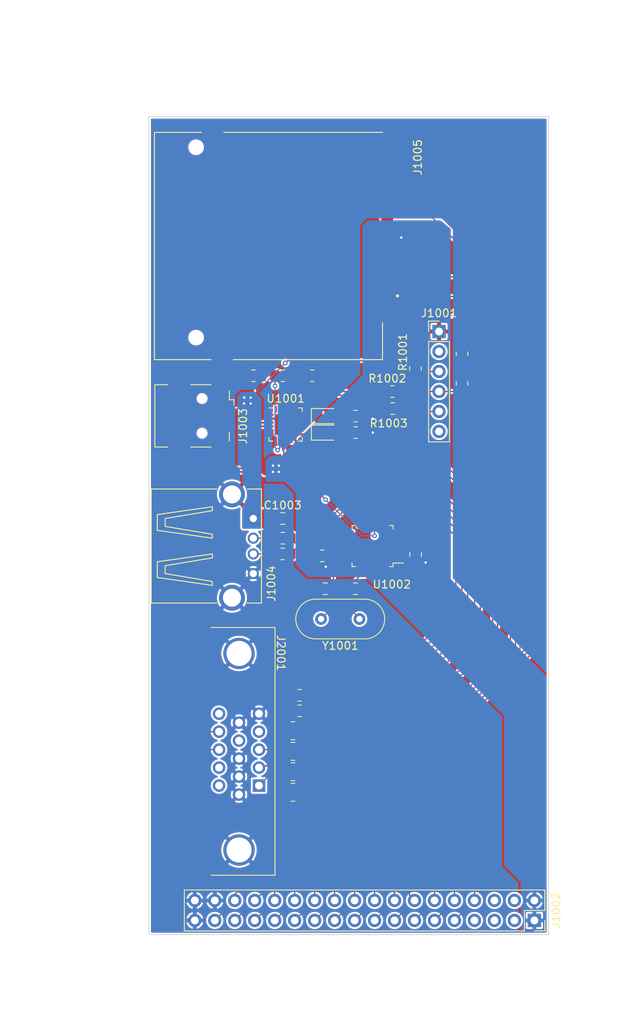
<source format=kicad_pcb>
(kicad_pcb (version 20211014) (generator pcbnew)
  (layers (0 "F.Cu" signal) (31 "B.Cu" signal) (34 "B.Paste" user) (35 "F.Paste" user) (36 "B.SilkS" user "B.Silkscreen") (37 "F.SilkS" user "F.Silkscreen") (38 "B.Mask" user) (39 "F.Mask" user) (44 "Edge.Cuts" user))
  (net 0 "")
  (net 1 "GND")
  (net 3 "Net-(J1001-Pad3)")
  (net 4 "/HOST_TX")
  (net 6 "/SPI_MOSI")
  (net 7 "+3V3")
  (net 8 "/SPI_CLK")
  (net 9 "/SPI_MISO")
  (net 10 "/video/VGA_RED")
  (net 11 "/video/VGA_GREEN")
  (net 12 "/video/VGA_BLUE")
  (net 17 "Net-(J2001-Pad13)")
  (net 18 "Net-(J2001-Pad14)")
  (net 20 "+5V")
  (net 21 "Net-(C1004-Pad1)")
  (net 22 "Net-(C1005-Pad1)")
  (net 25 "Net-(D1001-Pad2)")
  (net 26 "Net-(D1002-Pad2)")
  (net 27 "/HOST_RX")
  (net 32 "/SPI_USB_CS")
  (net 42 "/SD_D2")
  (net 43 "/SD_D3")
  (net 44 "/SD_CMD")
  (net 45 "/SD_CLK")
  (net 46 "/SD_D0")
  (net 47 "/SD_D1")
  (net 49 "/~{RESET}")
  (net 50 "/USB_GPX")
  (net 51 "/USB_INT")
  (net 63 "Net-(J1004-Pad2)")
  (net 66 "/UART_TX")
  (net 67 "/UART_RX")
  (net 68 "Net-(RN2001-Pad5)")
  (net 69 "Net-(RN2003-Pad7)")
  (net 70 "Net-(RN2004-Pad6)")
  (net 71 "/USBB_DN")
  (net 72 "/USBB_DP")
  (net 81 "Net-(J1004-Pad3)")
  (net 82 "Net-(R1007-Pad2)")
  (net 83 "/TX_LED")
  (net 84 "/RX_LED")
  (net 85 "/VGA_HS")
  (net 86 "/VGA_BLUE_0")
  (net 87 "/VGA_VS")
  (net 88 "/VGA_BLUE_1")
  (net 89 "/VGA_BLUE_2")
  (net 90 "/VGA_GREEN_0")
  (net 91 "/VGA_GREEN_1")
  (net 92 "/VGA_GREEN_2")
  (net 93 "/VGA_RED_0")
  (net 94 "/VGA_RED_1")
  (net 95 "/VGA_RED_2")
  (net 98 "Net-(R1004-Pad2)")
  (net 99 "Net-(R1006-Pad2)")
  (net 100 "Net-(R1011-Pad1)")
  (net 101 "Net-(R1012-Pad2)")
  (footprint "Resistor_SMD:R_0805_2012Metric_Pad1.20x1.40mm_HandSolder" (layer "F.Cu") (at 191.975 84.625)
    (fp_text reference "R1003")
    (fp_text value "0")
  )
  (footprint "Resistor_SMD:R_0805_2012Metric_Pad1.20x1.40mm_HandSolder" (layer "F.Cu") (at 180.15 121.075 180)
    (fp_text reference "R2001" hide)
    (fp_text value "120")
  )
  (footprint "Resistor_SMD:R_Array_Concave_4x0402" (layer "F.Cu") (at 179.3 128.2 180)
    (fp_text reference "RN2003" hide)
    (fp_text value "1k")
  )
  (footprint "Crystal:Crystal_HC49-U_Vertical" (layer "F.Cu") (at 182.875 111.375)
    (fp_text reference "Y1001")
    (fp_text value "12MHz")
  )
  (footprint "Capacitor_SMD:C_0805_2012Metric_Pad1.18x1.45mm_HandSolder" (layer "F.Cu") (at 183.425 107.525 180)
    (fp_text reference "C1004" hide)
    (fp_text value "C")
  )
  (footprint "Connector_Dsub:ICD15S13E4GX00LF" (layer "F.Cu") (at 172.4455 115.754 -90)
    (fp_text reference "J2001")
    (fp_text value "VGA")
  )
  (footprint "Resistor_SMD:R_0805_2012Metric_Pad1.20x1.40mm_HandSolder" (layer "F.Cu") (at 187.275 87.675 180)
    (fp_text reference "R1010" hide)
    (fp_text value "1k")
  )
  (footprint "Resistor_SMD:R_0805_2012Metric_Pad1.20x1.40mm_HandSolder" (layer "F.Cu") (at 181.75 80.45)
    (fp_text reference "R1008" hide)
    (fp_text value "10k")
  )
  (footprint "Package_DFN_QFN:QFN-24-1EP_4x4mm_P0.5mm_EP2.6x2.6mm" (layer "F.Cu") (at 178.375 86.65)
    (fp_text reference "U1001")
    (fp_text value "CP2102N-Axx-xQFN24")
  )
  (footprint "Resistor_SMD:R_0805_2012Metric_Pad1.20x1.40mm_HandSolder" (layer "F.Cu") (at 180.15 123.05 180)
    (fp_text reference "R2002" hide)
    (fp_text value "120")
  )
  (footprint "Connector_USB:USB_Mini-B_Wuerth_65100516121_Horizontal" (layer "F.Cu") (at 167.75 85.55 -90)
    (fp_text reference "J1003")
    (fp_text value "USB_B_Mini")
  )
  (footprint "Resistor_SMD:R_Array_Concave_4x0402" (layer "F.Cu") (at 179.3 133.4 180)
    (fp_text reference "RN2001" hide)
    (fp_text value "1k")
  )
  (footprint "Resistor_SMD:R_0805_2012Metric_Pad1.20x1.40mm_HandSolder" (layer "F.Cu") (at 178.025 80.45)
    (fp_text reference "R1007" hide)
    (fp_text value "10k")
  )
  (footprint "Capacitor_SMD:C_0805_2012Metric_Pad1.18x1.45mm_HandSolder" (layer "F.Cu") (at 187.25 107.525)
    (fp_text reference "C1005" hide)
    (fp_text value "C")
  )
  (footprint "LED_SMD:LED_0805_2012Metric_Pad1.15x1.40mm_HandSolder" (layer "F.Cu") (at 183.5 85.575)
    (fp_text reference "D1001" hide)
    (fp_text value "RED")
  )
  (footprint "Resistor_SMD:R_Array_Concave_4x0402" (layer "F.Cu") (at 179.3 130.8 180)
    (fp_text reference "RN2002" hide)
    (fp_text value "1k")
  )
  (footprint "Resistor_SMD:R_0805_2012Metric_Pad1.20x1.40mm_HandSolder" (layer "F.Cu") (at 178 101.1 180)
    (fp_text reference "R1011" hide)
    (fp_text value "33")
  )
  (footprint "Resistor_SMD:R_Array_Concave_4x0402" (layer "F.Cu") (at 179.3 125.575 180)
    (fp_text reference "RN2004" hide)
    (fp_text value "1k")
  )
  (footprint "Resistor_SMD:R_0805_2012Metric_Pad1.20x1.40mm_HandSolder" (layer "F.Cu") (at 194.875 79.525 -90)
    (fp_text reference "R1001")
    (fp_text value "0")
  )
  (footprint "Capacitor_SMD:C_0805_2012Metric_Pad1.18x1.45mm_HandSolder" (layer "F.Cu") (at 194.9 103.175 90)
    (fp_text reference "C1002" hide)
    (fp_text value "0.1u")
  )
  (footprint "Connector_Card:AMPHENOL_10067847-001RLF" (layer "F.Cu") (at 166.9875 63.5 -90)
    (fp_text reference "J1005")
    (fp_text value "10067847-001RLF")
  )
  (footprint "Connector_USB:FCI_87520-0010BLF" (layer "F.Cu") (at 171.55 102.1 -90)
    (fp_text reference "J1004")
    (fp_text value "USB_A")
  )
  (footprint "LED_SMD:LED_0805_2012Metric_Pad1.15x1.40mm_HandSolder" (layer "F.Cu") (at 183.5 87.675)
    (fp_text reference "D1002" hide)
    (fp_text value "GRN")
  )
  (footprint "Resistor_SMD:R_0805_2012Metric_Pad1.20x1.40mm_HandSolder" (layer "F.Cu") (at 200.8 81.425 90)
    (fp_text reference "R1004" hide)
    (fp_text value "10k")
  )
  (footprint "Resistor_SMD:R_0805_2012Metric_Pad1.20x1.40mm_HandSolder" (layer "F.Cu") (at 200.8 77.65 90)
    (fp_text reference "R1005" hide)
    (fp_text value "10k")
  )
  (footprint "Package_QFP:LQFP-32_5x5mm_P0.5mm" (layer "F.Cu") (at 189.425 102.1 180)
    (fp_text reference "U1002")
    (fp_text value "MAX3421E")
  )
  (footprint "Resistor_SMD:R_0805_2012Metric_Pad1.20x1.40mm_HandSolder" (layer "F.Cu") (at 174.275 80.45)
    (fp_text reference "R1006" hide)
    (fp_text value "10k")
  )
  (footprint "Connector_PinHeader_2.54mm:PinHeader_1x06_P2.54mm_Vertical" (layer "F.Cu") (at 197.875 74.825)
    (fp_text reference "J1001")
    (fp_text value "Conn_01x06")
  )
  (footprint "Resistor_SMD:R_0805_2012Metric_Pad1.20x1.40mm_HandSolder" (layer "F.Cu") (at 178 103.1)
    (fp_text reference "R1012" hide)
    (fp_text value "33")
  )
  (footprint "Capacitor_SMD:C_0805_2012Metric_Pad1.18x1.45mm_HandSolder" (layer "F.Cu") (at 178 98.6)
    (fp_text reference "C1003")
    (fp_text value "4.7u")
  )
  (footprint "Resistor_SMD:R_0805_2012Metric_Pad1.20x1.40mm_HandSolder" (layer "F.Cu") (at 191.95 82.45)
    (fp_text reference "R1002")
    (fp_text value "10k")
  )
  (footprint "Connector_PinSocket_2.54mm:PinSocket_2x18_P2.54mm_Vertical" (layer "F.Cu") (at 210 149.7 -90)
    (fp_text reference "J1002")
    (fp_text value "Conn_02x18_Odd_Even")
  )
  (footprint "Capacitor_SMD:C_0805_2012Metric_Pad1.18x1.45mm_HandSolder" (layer "F.Cu") (at 183 103.35 180)
    (fp_text reference "C1001" hide)
    (fp_text value "1u")
  )
  (footprint "Resistor_SMD:R_0805_2012Metric_Pad1.20x1.40mm_HandSolder" (layer "F.Cu") (at 187.275 85.575 180)
    (fp_text reference "R1009" hide)
    (fp_text value "1k")
  )
  (gr_rect locked (start 161 151.5) (end 211.8 47.5) (layer "Edge.Cuts") (width 0.1) (fill none))
  (segment (start 177.625 85.9) (end 178.375 86.65) (width 0.15) (layer "F.Cu") (net 1))
  (segment (start 176.4375 85.9) (end 177.625 85.9) (width 0.15) (layer "F.Cu") (net 1))
  (segment (start 195.495 79.905) (end 194.875 80.525) (width 0.15) (layer "F.Cu") (net 3))
  (segment (start 197.875 79.905) (end 195.495 79.905) (width 0.15) (layer "F.Cu") (net 3))
  (segment (start 197.875 82.445) (end 200.78 82.445) (width 0.15) (layer "F.Cu") (net 4))
  (segment (start 200.78 82.445) (end 200.8 82.425) (width 0.15) (layer "F.Cu") (net 4))
  (segment (start 192.95 82.45) (end 192.955 82.445) (width 0.15) (layer "F.Cu") (net 4))
  (segment (start 192.955 82.445) (end 197.875 82.445) (width 0.15) (layer "F.Cu") (net 4))
  (segment (start 201.525 100.525) (end 195.5 94.5) (width 0.15) (layer "F.Cu") (net 6))
  (segment (start 195.5 94.5) (end 189.675 94.5) (width 0.15) (layer "F.Cu") (net 6))
  (segment (start 189.675 94.5) (end 187.675 96.5) (width 0.15) (layer "F.Cu") (net 6))
  (segment (start 189.68 124.245) (end 201.525 112.4) (width 0.15) (layer "F.Cu") (net 6))
  (segment (start 201.525 112.4) (end 201.525 100.525) (width 0.15) (layer "F.Cu") (net 6))
  (segment (start 189.68 147.16) (end 189.68 124.245) (width 0.15) (layer "F.Cu") (net 6))
  (segment (start 187.675 96.5) (end 187.675 98.925) (width 0.15) (layer "F.Cu") (net 6))
  (segment (start 191.2875 62.875) (end 193.075 62.875) (width 0.15) (layer "F.Cu") (net 7))
  (segment (start 194.9 104.2125) (end 196.1625 104.2125) (width 0.15) (layer "F.Cu") (net 7))
  (segment (start 196.1625 104.2125) (end 196.175 104.2) (width 0.15) (layer "F.Cu") (net 7))
  (segment (start 189.125 85.575) (end 189.45 85.9) (width 0.15) (layer "F.Cu") (net 7))
  (segment (start 188.275 85.575) (end 189.125 85.575) (width 0.15) (layer "F.Cu") (net 7))
  (segment (start 184.0375 103.35) (end 186.25 103.35) (width 0.15) (layer "F.Cu") (net 7))
  (segment (start 184.0375 103.35) (end 184.0375 104.1625) (width 0.15) (layer "F.Cu") (net 7))
  (segment (start 194.0375 103.35) (end 194.9 104.2125) (width 0.15) (layer "F.Cu") (net 7))
  (segment (start 184.0375 104.1625) (end 183.475 104.725) (width 0.15) (layer "F.Cu") (net 7))
  (segment (start 192.6 103.35) (end 194.0375 103.35) (width 0.15) (layer "F.Cu") (net 7))
  (segment (start 188.275 87.675) (end 189.45 87.675) (width 0.15) (layer "F.Cu") (net 7))
  (via (at 183.475 104.725) (size 0.6) (drill 0.3) (layers "F.Cu" "B.Cu") (net 7))
  (via (at 176.75 92.675) (size 0.6) (drill 0.3) (layers "F.Cu" "B.Cu") (net 7))
  (via (at 177.5 91.875) (size 0.6) (drill 0.3) (layers "F.Cu" "B.Cu") (net 7))
  (via (at 193.075 62.875) (size 0.6) (drill 0.3) (layers "F.Cu" "B.Cu") (net 7))
  (via (at 177.5 92.675) (size 0.6) (drill 0.3) (layers "F.Cu" "B.Cu") (net 7))
  (via (at 196.175 104.2) (size 0.6) (drill 0.3) (layers "F.Cu" "B.Cu") (net 7))
  (via (at 189.45 85.9) (size 0.6) (drill 0.3) (layers "F.Cu" "B.Cu") (net 7))
  (via (at 189.45 87.675) (size 0.6) (drill 0.3) (layers "F.Cu" "B.Cu") (net 7))
  (via (at 176.75 91.875) (size 0.6) (drill 0.3) (layers "F.Cu" "B.Cu") (net 7))
  (segment (start 199.2 100.9) (end 199.2 111.849264) (width 0.15) (layer "F.Cu") (net 8))
  (segment (start 185.875 144.574264) (end 185.875 148.425) (width 0.15) (layer "F.Cu") (net 8))
  (segment (start 189.175 98.925) (end 189.175 97.25) (width 0.15) (layer "F.Cu") (net 8))
  (segment (start 190.3 96.125) (end 194.425 96.125) (width 0.15) (layer "F.Cu") (net 8))
  (segment (start 189.175 97.25) (end 190.3 96.125) (width 0.15) (layer "F.Cu") (net 8))
  (segment (start 187.55 142.899264) (end 185.875 144.574264) (width 0.15) (layer "F.Cu") (net 8))
  (segment (start 194.425 96.125) (end 199.2 100.9) (width 0.15) (layer "F.Cu") (net 8))
  (segment (start 187.55 123.499264) (end 187.55 142.899264) (width 0.15) (layer "F.Cu") (net 8))
  (segment (start 199.2 111.849264) (end 187.55 123.499264) (width 0.15) (layer "F.Cu") (net 8))
  (segment (start 185.875 148.425) (end 184.6 149.7) (width 0.15) (layer "F.Cu") (net 8))
  (segment (start 188.375 145.425) (end 188.375 148.465) (width 0.15) (layer "F.Cu") (net 9))
  (segment (start 188.925 124) (end 188.925 144.875) (width 0.15) (layer "F.Cu") (net 9))
  (segment (start 188.375 148.465) (end 187.14 149.7) (width 0.15) (layer "F.Cu") (net 9))
  (segment (start 188.925 144.875) (end 188.375 145.425) (width 0.15) (layer "F.Cu") (net 9))
  (segment (start 200.775 112.15) (end 188.925 124) (width 0.15) (layer "F.Cu") (net 9))
  (segment (start 200.775 100.675) (end 200.775 112.15) (width 0.15) (layer "F.Cu") (net 9))
  (segment (start 195.075 94.975) (end 200.775 100.675) (width 0.15) (layer "F.Cu") (net 9))
  (segment (start 189.975 94.975) (end 195.075 94.975) (width 0.15) (layer "F.Cu") (net 9))
  (segment (start 188.175 98.925) (end 188.175 96.775) (width 0.15) (layer "F.Cu") (net 9))
  (segment (start 188.175 96.775) (end 189.975 94.975) (width 0.15) (layer "F.Cu") (net 9))
  (segment (start 178.8 131.55) (end 175.9895 131.55) (width 0.15) (layer "F.Cu") (net 10))
  (segment (start 178.8 133.15) (end 178.8 133.65) (width 0.15) (layer "F.Cu") (net 10))
  (segment (start 178.4 133.65) (end 178.175 133.425) (width 0.15) (layer "F.Cu") (net 10))
  (segment (start 178.175 132.175) (end 178.8 131.55) (width 0.15) (layer "F.Cu") (net 10))
  (segment (start 178.8 134.15) (end 178.8 133.65) (width 0.15) (layer "F.Cu") (net 10))
  (segment (start 178.175 133.425) (end 178.175 132.175) (width 0.15) (layer "F.Cu") (net 10))
  (segment (start 175.9895 131.55) (end 174.9855 132.554) (width 0.15) (layer "F.Cu") (net 10))
  (segment (start 178.4 133.65) (end 178.8 133.65) (width 0.15) (layer "F.Cu") (net 10))
  (segment (start 178.8 130.05) (end 178.8 129.95) (width 0.15) (layer "F.Cu") (net 11))
  (segment (start 174.9855 130.269) (end 175.2045 130.05) (width 0.15) (layer "F.Cu") (net 11))
  (segment (start 175.2045 130.05) (end 178.8 130.05) (width 0.15) (layer "F.Cu") (net 11))
  (segment (start 178.8 131.05) (end 178.8 130.05) (width 0.15) (layer "F.Cu") (net 11))
  (segment (start 178.8 129.95) (end 179.8 128.95) (width 0.15) (layer "F.Cu") (net 11))
  (segment (start 174.9855 127.984) (end 178.766 127.984) (width 0.15) (layer "F.Cu") (net 12))
  (segment (start 178.766 127.984) (end 178.8 127.95) (width 0.15) (layer "F.Cu") (net 12))
  (segment (start 179.8 125.325) (end 179.4 125.325) (width 0.15) (layer "F.Cu") (net 12))
  (segment (start 179.275 126.1) (end 179.05 126.325) (width 0.15) (layer "F.Cu") (net 12))
  (segment (start 179.4 125.325) (end 179.275 125.45) (width 0.15) (layer "F.Cu") (net 12))
  (segment (start 178.8 127.95) (end 178.8 126.325) (width 0.15) (layer "F.Cu") (net 12))
  (segment (start 179.275 125.45) (end 179.275 126.1) (width 0.15) (layer "F.Cu") (net 12))
  (segment (start 179.05 126.325) (end 178.8 126.325) (width 0.15) (layer "F.Cu") (net 12))
  (segment (start 166.45 122.025) (end 168.25 120.225) (width 0.15) (layer "F.Cu") (net 17))
  (segment (start 166.45 126.475) (end 166.45 122.025) (width 0.15) (layer "F.Cu") (net 17))
  (segment (start 167.959 127.984) (end 166.45 126.475) (width 0.15) (layer "F.Cu") (net 17))
  (segment (start 176.675 121.075) (end 179.15 121.075) (width 0.15) (layer "F.Cu") (net 17))
  (segment (start 168.25 120.225) (end 175.825 120.225) (width 0.15) (layer "F.Cu") (net 17))
  (segment (start 175.825 120.225) (end 176.675 121.075) (width 0.15) (layer "F.Cu") (net 17))
  (segment (start 169.9055 127.984) (end 167.959 127.984) (width 0.15) (layer "F.Cu") (net 17))
  (segment (start 174.6 121.1) (end 176.55 123.05) (width 0.15) (layer "F.Cu") (net 18))
  (segment (start 168.8 121.1) (end 174.6 121.1) (width 0.15) (layer "F.Cu") (net 18))
  (segment (start 167.475 122.425) (end 168.8 121.1) (width 0.15) (layer "F.Cu") (net 18))
  (segment (start 176.55 123.05) (end 179.15 123.05) (width 0.15) (layer "F.Cu") (net 18))
  (segment (start 169.9055 125.699) (end 168.324 125.699) (width 0.15) (layer "F.Cu") (net 18))
  (segment (start 168.324 125.699) (end 167.475 124.85) (width 0.15) (layer "F.Cu") (net 18))
  (segment (start 167.475 124.85) (end 167.475 122.425) (width 0.15) (layer "F.Cu") (net 18))
  (segment (start 178.625 78.525) (end 194.875 78.525) (width 0.15) (layer "F.Cu") (net 20))
  (segment (start 178.325 78.825) (end 178.625 78.525) (width 0.15) (layer "F.Cu") (net 20))
  (via (at 173.1 83.225) (size 0.6) (drill 0.3) (layers "F.Cu" "B.Cu") (net 20))
  (via (at 173.925 83.975) (size 0.6) (drill 0.3) (layers "F.Cu" "B.Cu") (net 20))
  (via (at 173.925 83.225) (size 0.6) (drill 0.3) (layers "F.Cu" "B.Cu") (net 20))
  (via (at 173.075 83.975) (size 0.6) (drill 0.3) (layers "F.Cu" "B.Cu") (net 20))
  (via (at 178.325 78.825) (size 0.6) (drill 0.3) (layers "F.Cu" "B.Cu") (net 20))
  (segment (start 178.325 78.825) (end 173.925 83.225) (width 0.15) (layer "B.Cu") (net 20))
  (segment (start 184.45 104.85) (end 185.45 103.85) (width 0.15) (layer "F.Cu") (net 21))
  (segment (start 184.4625 107.525) (end 184.45 107.5125) (width 0.15) (layer "F.Cu") (net 21))
  (segment (start 182.875 111.375) (end 184.4625 109.7875) (width 0.15) (layer "F.Cu") (net 21))
  (segment (start 185.45 103.85) (end 186.25 103.85) (width 0.15) (layer "F.Cu") (net 21))
  (segment (start 184.4625 109.7875) (end 184.4625 107.525) (width 0.15) (layer "F.Cu") (net 21))
  (segment (start 184.45 107.5125) (end 184.45 104.85) (width 0.15) (layer "F.Cu") (net 21))
  (segment (start 186.25 109.775) (end 186.25 107.5625) (width 0.15) (layer "F.Cu") (net 22))
  (segment (start 187.755 111.375) (end 187.755 111.28) (width 0.15) (layer "F.Cu") (net 22))
  (segment (start 187.675 106.0625) (end 187.675 105.275) (width 0.15) (layer "F.Cu") (net 22))
  (segment (start 186.25 107.5625) (end 186.2125 107.525) (width 0.15) (layer "F.Cu") (net 22))
  (segment (start 186.2125 107.525) (end 187.675 106.0625) (width 0.15) (layer "F.Cu") (net 22))
  (segment (start 187.755 111.28) (end 186.25 109.775) (width 0.15) (layer "F.Cu") (net 22))
  (segment (start 184.525 85.575) (end 186.275 85.575) (width 0.15) (layer "F.Cu") (net 25))
  (segment (start 184.525 87.675) (end 186.275 87.675) (width 0.15) (layer "F.Cu") (net 26))
  (segment (start 192.975 84.625) (end 193.335 84.985) (width 0.15) (layer "F.Cu") (net 27))
  (segment (start 193.335 84.985) (end 197.875 84.985) (width 0.15) (layer "F.Cu") (net 27))
  (segment (start 188.675 98.925) (end 188.675 97.025) (width 0.15) (layer "F.Cu") (net 32))
  (segment (start 188.2 123.725) (end 188.2 144.3) (width 0.15) (layer "F.Cu") (net 32))
  (segment (start 188.2 144.3) (end 187.14 145.36) (width 0.15) (layer "F.Cu") (net 32))
  (segment (start 194.675 95.55) (end 200.025 100.9) (width 0.15) (layer "F.Cu") (net 32))
  (segment (start 190.15 95.55) (end 194.675 95.55) (width 0.15) (layer "F.Cu") (net 32))
  (segment (start 200.025 100.9) (end 200.025 111.9) (width 0.15) (layer "F.Cu") (net 32))
  (segment (start 188.675 97.025) (end 190.15 95.55) (width 0.15) (layer "F.Cu") (net 32))
  (segment (start 200.025 111.9) (end 188.2 123.725) (width 0.15) (layer "F.Cu") (net 32))
  (segment (start 187.14 145.36) (end 187.14 147.16) (width 0.15) (layer "F.Cu") (net 32))
  (segment (start 198.15 123.6) (end 198.15 143.85) (width 0.15) (layer "F.Cu") (net 42))
  (segment (start 206.95 73.775) (end 206.95 114.8) (width 0.15) (layer "F.Cu") (net 42))
  (segment (start 206.95 114.8) (end 198.15 123.6) (width 0.15) (layer "F.Cu") (net 42))
  (segment (start 196 146) (end 196 148.46) (width 0.15) (layer "F.Cu") (net 42))
  (segment (start 191.2875 72.875) (end 206.05 72.875) (width 0.15) (layer "F.Cu") (net 42))
  (segment (start 196 148.46) (end 194.76 149.7) (width 0.15) (layer "F.Cu") (net 42))
  (segment (start 206.05 72.875) (end 206.95 73.775) (width 0.15) (layer "F.Cu") (net 42))
  (segment (start 198.15 143.85) (end 196 146) (width 0.15) (layer "F.Cu") (net 42))
  (segment (start 207.6 73.35) (end 207.6 114.925) (width 0.15) (layer "F.Cu") (net 43))
  (segment (start 198.725 123.8) (end 198.725 144.55) (width 0.15) (layer "F.Cu") (net 43))
  (segment (start 204.625 70.375) (end 207.6 73.35) (width 0.15) (layer "F.Cu") (net 43))
  (segment (start 207.6 114.925) (end 198.725 123.8) (width 0.15) (layer "F.Cu") (net 43))
  (segment (start 197.3 145.975) (end 197.3 147.16) (width 0.15) (layer "F.Cu") (net 43))
  (segment (start 198.725 144.55) (end 197.3 145.975) (width 0.15) (layer "F.Cu") (net 43))
  (segment (start 191.2875 70.375) (end 204.625 70.375) (width 0.15) (layer "F.Cu") (net 43))
  (segment (start 197.3 149.7) (end 198.625 148.375) (width 0.15) (layer "F.Cu") (net 44))
  (segment (start 198.625 145.65) (end 199.3 144.975) (width 0.15) (layer "F.Cu") (net 44))
  (segment (start 199.3 124.025) (end 208.175 115.15) (width 0.15) (layer "F.Cu") (net 44))
  (segment (start 208.175 72.725) (end 203.325 67.875) (width 0.15) (layer "F.Cu") (net 44))
  (segment (start 199.3 144.975) (end 199.3 124.025) (width 0.15) (layer "F.Cu") (net 44))
  (segment (start 203.325 67.875) (end 191.2875 67.875) (width 0.15) (layer "F.Cu") (net 44))
  (segment (start 198.625 148.375) (end 198.625 145.65) (width 0.15) (layer "F.Cu") (net 44))
  (segment (start 208.175 115.15) (end 208.175 72.725) (width 0.15) (layer "F.Cu") (net 44))
  (segment (start 199.84 124.185) (end 199.84 147.16) (width 0.15) (layer "F.Cu") (net 45))
  (segment (start 208.8 115.225) (end 199.84 124.185) (width 0.15) (layer "F.Cu") (net 45))
  (segment (start 191.2875 60.375) (end 197.05 60.375) (width 0.15) (layer "F.Cu") (net 45))
  (segment (start 197.05 60.375) (end 208.8 72.125) (width 0.15) (layer "F.Cu") (net 45))
  (segment (start 208.8 72.125) (end 208.8 115.225) (width 0.15) (layer "F.Cu") (net 45))
  (segment (start 201.125 145.675) (end 200.425 144.975) (width 0.15) (layer "F.Cu") (net 46))
  (segment (start 199.84 149.7) (end 201.125 148.415) (width 0.15) (layer "F.Cu") (net 46))
  (segment (start 201.125 148.415) (end 201.125 145.675) (width 0.15) (layer "F.Cu") (net 46))
  (segment (start 200.425 144.975) (end 200.425 124.325) (width 0.15) (layer "F.Cu") (net 46))
  (segment (start 209.375 115.375) (end 209.375 71.475) (width 0.15) (layer "F.Cu") (net 46))
  (segment (start 193.35 55.45) (end 191.2875 55.45) (width 0.15) (layer "F.Cu") (net 46))
  (segment (start 209.375 71.475) (end 193.35 55.45) (width 0.15) (layer "F.Cu") (net 46))
  (segment (start 200.425 124.325) (end 209.375 115.375) (width 0.15) (layer "F.Cu") (net 46))
  (segment (start 192.65 53.75) (end 209.925 71.025) (width 0.15) (layer "F.Cu") (net 47))
  (segment (start 200.95 144.5) (end 202.38 145.93) (width 0.15) (layer "F.Cu") (net 47))
  (segment (start 191.2875 53.75) (end 192.65 53.75) (width 0.15) (layer "F.Cu") (net 47))
  (segment (start 209.925 115.55) (end 200.95 124.525) (width 0.15) (layer "F.Cu") (net 47))
  (segment (start 202.38 145.93) (end 202.38 147.16) (width 0.15) (layer "F.Cu") (net 47))
  (segment (start 200.95 124.525) (end 200.95 144.5) (width 0.15) (layer "F.Cu") (net 47))
  (segment (start 209.925 71.025) (end 209.925 115.55) (width 0.15) (layer "F.Cu") (net 47))
  (segment (start 190.6 96.6) (end 194 96.6) (width 0.15) (layer "F.Cu") (net 49))
  (segment (start 186.85 143.175) (end 184.6 145.425) (width 0.15) (layer "F.Cu") (net 49))
  (segment (start 198.45 101.05) (end 198.45 111.65) (width 0.15) (layer "F.Cu") (net 49))
  (segment (start 186.85 123.25) (end 186.85 143.175) (width 0.15) (layer "F.Cu") (net 49))
  (segment (start 183.4375 96.1875) (end 178.125 90.875) (width 0.15) (layer "F.Cu") (net 49))
  (segment (start 184.6 145.425) (end 184.6 147.16) (width 0.15) (layer "F.Cu") (net 49))
  (segment (start 198.45 111.65) (end 186.85 123.25) (width 0.15) (layer "F.Cu") (net 49))
  (segment (start 189.675 97.525) (end 190.6 96.6) (width 0.15) (layer "F.Cu") (net 49))
  (segment (start 189.675 98.925) (end 189.675 97.525) (width 0.15) (layer "F.Cu") (net 49))
  (segment (start 178.125 90.875) (end 178.125 88.5875) (width 0.15) (layer "F.Cu") (net 49))
  (segment (start 194 96.6) (end 198.45 101.05) (width 0.15) (layer "F.Cu") (net 49))
  (segment (start 189.675 100.8) (end 189.675 98.925) (width 0.15) (layer "F.Cu") (net 49))
  (via (at 183.4375 96.1875) (size 0.6) (drill 0.3) (layers "F.Cu" "B.Cu") (net 49))
  (via (at 189.675 100.8) (size 0.6) (drill 0.3) (layers "F.Cu" "B.Cu") (net 49))
  (segment (start 188.05 100.8) (end 189.675 100.8) (width 0.15) (layer "B.Cu") (net 49))
  (segment (start 183.4375 96.1875) (end 188.05 100.8) (width 0.15) (layer "B.Cu") (net 49))
  (segment (start 195.75 93.875) (end 202.4 100.525) (width 0.15) (layer "F.Cu") (net 50))
  (segment (start 184.7 98.7) (end 189.525 93.875) (width 0.15) (layer "F.Cu") (net 50))
  (segment (start 191.1 148.28) (end 189.68 149.7) (width 0.15) (layer "F.Cu") (net 50))
  (segment (start 202.4 112.425) (end 190.5 124.325) (width 0.15) (layer "F.Cu") (net 50))
  (segment (start 189.525 93.875) (end 195.75 93.875) (width 0.15) (layer "F.Cu") (net 50))
  (segment (start 190.5 124.325) (end 190.5 145.55) (width 0.15) (layer "F.Cu") (net 50))
  (segment (start 184.7 99.925) (end 184.7 98.7) (width 0.15) (layer "F.Cu") (net 50))
  (segment (start 190.5 145.55) (end 191.1 146.15) (width 0.15) (layer "F.Cu") (net 50))
  (segment (start 186.25 100.35) (end 185.125 100.35) (width 0.15) (layer "F.Cu") (net 50))
  (segment (start 191.1 146.15) (end 191.1 148.28) (width 0.15) (layer "F.Cu") (net 50))
  (segment (start 185.125 100.35) (end 184.7 99.925) (width 0.15) (layer "F.Cu") (net 50))
  (segment (start 202.4 100.525) (end 202.4 112.425) (width 0.15) (layer "F.Cu") (net 50))
  (segment (start 191.25 145.2) (end 191.25 124.575) (width 0.15) (layer "F.Cu") (net 51))
  (segment (start 184.125 98.45) (end 184.125 100.225) (width 0.15) (layer "F.Cu") (net 51))
  (segment (start 189.275 93.3) (end 184.125 98.45) (width 0.15) (layer "F.Cu") (net 51))
  (segment (start 203.125 100.25) (end 196.175 93.3) (width 0.15) (layer "F.Cu") (net 51))
  (segment (start 192.22 147.16) (end 192.22 146.17) (width 0.15) (layer "F.Cu") (net 51))
  (segment (start 196.175 93.3) (end 189.275 93.3) (width 0.15) (layer "F.Cu") (net 51))
  (segment (start 184.125 100.225) (end 184.75 100.85) (width 0.15) (layer "F.Cu") (net 51))
  (segment (start 203.125 112.7) (end 203.125 100.25) (width 0.15) (layer "F.Cu") (net 51))
  (segment (start 192.22 146.17) (end 191.25 145.2) (width 0.15) (layer "F.Cu") (net 51))
  (segment (start 191.25 124.575) (end 203.125 112.7) (width 0.15) (layer "F.Cu") (net 51))
  (segment (start 184.75 100.85) (end 186.25 100.85) (width 0.15) (layer "F.Cu") (net 51))
  (segment (start 177 101.1) (end 174.26 101.1) (width 0.15) (layer "F.Cu") (net 63))
  (segment (start 204.7 113.65) (end 204.7 98.7) (width 0.15) (layer "F.Cu") (net 66))
  (segment (start 179.125 84.7125) (end 179.125 84) (width 0.15) (layer "F.Cu") (net 66))
  (segment (start 204.7 98.7) (end 190.975 84.975) (width 0.15) (layer "F.Cu") (net 66))
  (segment (start 193.475 124.875) (end 204.7 113.65) (width 0.15) (layer "F.Cu") (net 66))
  (segment (start 189.275 82.925) (end 190.975 84.625) (width 0.15) (layer "F.Cu") (net 66))
  (segment (start 193.475 148.445) (end 193.475 124.875) (width 0.15) (layer "F.Cu") (net 66))
  (segment (start 179.125 84) (end 180.2 82.925) (width 0.15) (layer "F.Cu") (net 66))
  (segment (start 180.2 82.925) (end 189.275 82.925) (width 0.15) (layer "F.Cu") (net 66))
  (segment (start 192.22 149.7) (end 193.475 148.445) (width 0.15) (layer "F.Cu") (net 66))
  (segment (start 191.975 83.475) (end 191.975 85.096751) (width 0.15) (layer "F.Cu") (net 67))
  (segment (start 190.95 82.45) (end 191.975 83.475) (width 0.15) (layer "F.Cu") (net 67))
  (segment (start 191.975 85.1) (end 205.325 98.45) (width 0.15) (layer "F.Cu") (net 67))
  (segment (start 194.125 125.1) (end 194.125 146.525) (width 0.15) (layer "F.Cu") (net 67))
  (segment (start 179.975 82.45) (end 178.625 83.8) (width 0.15) (layer "F.Cu") (net 67))
  (segment (start 178.625 83.8) (end 178.625 84.7125) (width 0.15) (layer "F.Cu") (net 67))
  (segment (start 190.95 82.45) (end 179.975 82.45) (width 0.15) (layer "F.Cu") (net 67))
  (segment (start 205.325 98.45) (end 205.325 113.9) (width 0.15) (layer "F.Cu") (net 67))
  (segment (start 205.325 113.9) (end 194.125 125.1) (width 0.15) (layer "F.Cu") (net 67))
  (segment (start 194.125 146.525) (end 194.76 147.16) (width 0.15) (layer "F.Cu") (net 67))
  (segment (start 178.8 132.55) (end 179.8 131.55) (width 0.15) (layer "F.Cu") (net 68))
  (segment (start 178.8 132.65) (end 178.8 132.55) (width 0.15) (layer "F.Cu") (net 68))
  (segment (start 178.8 128.95) (end 178.8 128.45) (width 0.15) (layer "F.Cu") (net 69))
  (segment (start 178.8 125.825) (end 178.8 125.325) (width 0.15) (layer "F.Cu") (net 70))
  (segment (start 175.874999 86.9) (end 176.55 86.9) (width 0.2) (layer "F.Cu") (net 71))
  (segment (start 166.425 86.244263) (end 166.425 88.2432) (width 0.2) (layer "F.Cu") (net 71))
  (segment (start 167.375 89.1932) (end 167.375 91.2432) (width 0.2) (layer "F.Cu") (net 71))
  (segment (start 174.425 91.3432) (end 174.425 87.3932) (width 0.2) (layer "F.Cu") (net 71))
  (segment (start 174.9432 86.875) (end 175.849999 86.875) (width 0.2) (layer "F.Cu") (net 71))
  (segment (start 167.375 91.2432) (end 168.8068 92.675) (width 0.2) (layer "F.Cu") (net 71))
  (segment (start 168.474999 84.75) (end 168.299999 84.925) (width 0.2) (layer "F.Cu") (net 71))
  (segment (start 174.425 87.3932) (end 174.9432 86.875) (width 0.2) (layer "F.Cu") (net 71))
  (segment (start 173.0932 92.675) (end 174.425 91.3432) (width 0.2) (layer "F.Cu") (net 71))
  (segment (start 175.849999 86.875) (end 175.874999 86.9) (width 0.2) (layer "F.Cu") (net 71))
  (segment (start 166.425 88.2432) (end 167.375 89.1932) (width 0.2) (layer "F.Cu") (net 71))
  (segment (start 168.299999 84.925) (end 167.744263 84.925) (width 0.2) (layer "F.Cu") (net 71))
  (segment (start 170.35 84.75) (end 168.474999 84.75) (width 0.2) (layer "F.Cu") (net 71))
  (segment (start 168.8068 92.675) (end 173.0932 92.675) (width 0.2) (layer "F.Cu") (net 71))
  (segment (start 167.744263 84.925) (end 166.425 86.244263) (width 0.2) (layer "F.Cu") (net 71))
  (segment (start 175.849999 86.425) (end 175.874999 86.4) (width 0.2) (layer "F.Cu") (net 72))
  (segment (start 174.7568 86.425) (end 175.849999 86.425) (width 0.2) (layer "F.Cu") (net 72))
  (segment (start 168.9932 92.225) (end 172.9068 92.225) (width 0.2) (layer "F.Cu") (net 72))
  (segment (start 172.9068 92.225) (end 173.975 91.1568) (width 0.2) (layer "F.Cu") (net 72))
  (segment (start 167.930663 85.375) (end 166.875 86.430663) (width 0.2) (layer "F.Cu") (net 72))
  (segment (start 166.875 88.0568) (end 167.825 89.0068) (width 0.2) (layer "F.Cu") (net 72))
  (segment (start 167.825 89.0068) (end 167.825 91.0568) (width 0.2) (layer "F.Cu") (net 72))
  (segment (start 168.299999 85.375) (end 167.930663 85.375) (width 0.2) (layer "F.Cu") (net 72))
  (segment (start 173.975 87.2068) (end 174.7568 86.425) (width 0.2) (layer "F.Cu") (net 72))
  (segment (start 168.474999 85.55) (end 168.299999 85.375) (width 0.2) (layer "F.Cu") (net 72))
  (segment (start 170.35 85.55) (end 168.474999 85.55) (width 0.2) (layer "F.Cu") (net 72))
  (segment (start 166.875 86.430663) (end 166.875 88.0568) (width 0.2) (layer "F.Cu") (net 72))
  (segment (start 167.825 91.0568) (end 168.9932 92.225) (width 0.2) (layer "F.Cu") (net 72))
  (segment (start 173.975 91.1568) (end 173.975 87.2068) (width 0.2) (layer "F.Cu") (net 72))
  (segment (start 175.874999 86.4) (end 176.55 86.4) (width 0.2) (layer "F.Cu") (net 72))
  (segment (start 174.26 103.1) (end 177 103.1) (width 0.15) (layer "F.Cu") (net 81))
  (segment (start 179.025 80.45) (end 180.75 80.45) (width 0.15) (layer "F.Cu") (net 82))
  (segment (start 180.65 87.4) (end 182.475 85.575) (width 0.15) (layer "F.Cu") (net 83))
  (segment (start 180.3125 87.4) (end 180.65 87.4) (width 0.15) (layer "F.Cu") (net 83))
  (segment (start 180.3125 87.9) (end 182.25 87.9) (width 0.15) (layer "F.Cu") (net 84))
  (segment (start 182.25 87.9) (end 182.475 87.675) (width 0.15) (layer "F.Cu") (net 84))
  (segment (start 185.575 142.575) (end 185.575 125.5) (width 0.15) (layer "F.Cu") (net 85))
  (segment (start 183.375 144.775) (end 185.575 142.575) (width 0.15) (layer "F.Cu") (net 85))
  (segment (start 183.375 148.385) (end 183.375 144.775) (width 0.15) (layer "F.Cu") (net 85))
  (segment (start 182.06 149.7) (end 183.375 148.385) (width 0.15) (layer "F.Cu") (net 85))
  (segment (start 185.575 125.5) (end 181.15 121.075) (width 0.15) (layer "F.Cu") (net 85))
  (segment (start 180.16 125.825) (end 179.8 125.825) (width 0.15) (layer "F.Cu") (net 86))
  (segment (start 183.95 129.615) (end 180.16 125.825) (width 0.15) (layer "F.Cu") (net 86))
  (segment (start 179.52 149.7) (end 180.774264 148.445736) (width 0.15) (layer "F.Cu") (net 86))
  (segment (start 183.95 141.498528) (end 183.95 129.615) (width 0.15) (layer "F.Cu") (net 86))
  (segment (start 180.774264 148.445736) (end 180.774264 144.674264) (width 0.15) (layer "F.Cu") (net 86))
  (segment (start 180.774264 144.674264) (end 183.95 141.498528) (width 0.15) (layer "F.Cu") (net 86))
  (segment (start 182.06 144.815) (end 184.8 142.075) (width 0.15) (layer "F.Cu") (net 87))
  (segment (start 182.06 147.16) (end 182.06 144.815) (width 0.15) (layer "F.Cu") (net 87))
  (segment (start 184.8 126.7) (end 181.15 123.05) (width 0.15) (layer "F.Cu") (net 87))
  (segment (start 184.8 142.075) (end 184.8 126.7) (width 0.15) (layer "F.Cu") (net 87))
  (segment (start 179.52 145.504264) (end 183.65 141.374264) (width 0.15) (layer "F.Cu") (net 88))
  (segment (start 179.52 147.16) (end 179.52 145.504264) (width 0.15) (layer "F.Cu") (net 88))
  (segment (start 180.235736 126.325) (end 179.8 126.325) (width 0.15) (layer "F.Cu") (net 88))
  (segment (start 183.65 129.739264) (end 180.235736 126.325) (width 0.15) (layer "F.Cu") (net 88))
  (segment (start 183.65 141.374264) (end 183.65 129.739264) (width 0.15) (layer "F.Cu") (net 88))
  (segment (start 183.35 141.25) (end 183.35 129.863528) (width 0.15) (layer "F.Cu") (net 89))
  (segment (start 178.25 148.43) (end 178.25 146.35) (width 0.15) (layer "F.Cu") (net 89))
  (segment (start 179.8 127.95) (end 179.8 127.45) (width 0.15) (layer "F.Cu") (net 89))
  (segment (start 181.436472 127.95) (end 179.8 127.95) (width 0.15) (layer "F.Cu") (net 89))
  (segment (start 183.35 129.863528) (end 181.436472 127.95) (width 0.15) (layer "F.Cu") (net 89))
  (segment (start 176.98 149.7) (end 178.25 148.43) (width 0.15) (layer "F.Cu") (net 89))
  (segment (start 178.25 146.35) (end 183.35 141.25) (width 0.15) (layer "F.Cu") (net 89))
  (segment (start 176.98 145.468528) (end 182.475 139.973528) (width 0.15) (layer "F.Cu") (net 90))
  (segment (start 176.98 147.16) (end 176.98 145.468528) (width 0.15) (layer "F.Cu") (net 90))
  (segment (start 182.475 139.973528) (end 182.475 130.765) (width 0.15) (layer "F.Cu") (net 90))
  (segment (start 180.16 128.45) (end 179.8 128.45) (width 0.15) (layer "F.Cu") (net 90))
  (segment (start 182.475 130.765) (end 180.16 128.45) (width 0.15) (layer "F.Cu") (net 90))
  (segment (start 175.675 146.349264) (end 182.175 139.849264) (width 0.15) (layer "F.Cu") (net 91))
  (segment (start 175.675 148.465) (end 175.675 146.349264) (width 0.15) (layer "F.Cu") (net 91))
  (segment (start 182.175 130.889264) (end 181.335736 130.05) (width 0.15) (layer "F.Cu") (net 91))
  (segment (start 181.335736 130.05) (end 179.8 130.05) (width 0.15) (layer "F.Cu") (net 91))
  (segment (start 182.175 139.849264) (end 182.175 130.889264) (width 0.15) (layer "F.Cu") (net 91))
  (segment (start 174.44 149.7) (end 175.675 148.465) (width 0.15) (layer "F.Cu") (net 91))
  (segment (start 181.411472 130.55) (end 179.8 130.55) (width 0.15) (layer "F.Cu") (net 92))
  (segment (start 174.44 147.16) (end 181.875 139.725) (width 0.15) (layer "F.Cu") (net 92))
  (segment (start 181.875 139.725) (end 181.875 131.013528) (width 0.15) (layer "F.Cu") (net 92))
  (segment (start 181.875 131.013528) (end 181.411472 130.55) (width 0.15) (layer "F.Cu") (net 92))
  (segment (start 179.8 131.05) (end 179.8 130.55) (width 0.15) (layer "F.Cu") (net 92))
  (segment (start 173.2 145.498528) (end 181.15 137.548528) (width 0.15) (layer "F.Cu") (net 93))
  (segment (start 181.15 133.651472) (end 180.148528 132.65) (width 0.15) (layer "F.Cu") (net 93))
  (segment (start 181.15 137.548528) (end 181.15 133.651472) (width 0.15) (layer "F.Cu") (net 93))
  (segment (start 173.2 148.4) (end 173.2 145.498528) (width 0.15) (layer "F.Cu") (net 93))
  (segment (start 171.9 149.7) (end 173.2 148.4) (width 0.15) (layer "F.Cu") (net 93))
  (segment (start 180.148528 132.65) (end 179.8 132.65) (width 0.15) (layer "F.Cu") (net 93))
  (segment (start 171.9 147.16) (end 171.9 146.374264) (width 0.15) (layer "F.Cu") (net 94))
  (segment (start 180.224264 133.15) (end 179.8 133.15) (width 0.15) (layer "F.Cu") (net 94))
  (segment (start 171.9 146.374264) (end 180.85 137.424264) (width 0.15) (layer "F.Cu") (net 94))
  (segment (start 180.85 133.775736) (end 180.224264 133.15) (width 0.15) (layer "F.Cu") (net 94))
  (segment (start 180.85 137.424264) (end 180.85 133.775736) (width 0.15) (layer "F.Cu") (net 94))
  (segment (start 179.8 134.15) (end 179.8 133.65) (width 0.15) (layer "F.Cu") (net 95))
  (segment (start 171.45 145.45) (end 172.4 145.45) (width 0.15) (layer "F.Cu") (net 95))
  (segment (start 170.625 146.275) (end 171.45 145.45) (width 0.15) (layer "F.Cu") (net 95))
  (segment (start 169.36 149.7) (end 170.625 148.435) (width 0.15) (layer "F.Cu") (net 95))
  (segment (start 170.625 148.435) (end 170.625 146.275) (width 0.15) (layer "F.Cu") (net 95))
  (segment (start 180.55 137.3) (end 180.55 133.9) (width 0.15) (layer "F.Cu") (net 95))
  (segment (start 180.3 133.65) (end 179.8 133.65) (width 0.15) (layer "F.Cu") (net 95))
  (segment (start 172.4 145.45) (end 180.55 137.3) (width 0.15) (layer "F.Cu") (net 95))
  (segment (start 180.55 133.9) (end 180.3 133.65) (width 0.15) (layer "F.Cu") (net 95))
  (segment (start 200.8 80.425) (end 200.8 78.65) (width 0.15) (layer "F.Cu") (net 98))
  (segment (start 177.625 89.625) (end 177.625 88.5875) (width 0.15) (layer "F.Cu") (net 99))
  (segment (start 177.025 80.45) (end 177.025 81.75) (width 0.15) (layer "F.Cu") (net 99))
  (segment (start 177.35 89.9) (end 177.625 89.625) (width 0.15) (layer "F.Cu") (net 99))
  (segment (start 175.275 80.45) (end 177.025 80.45) (width 0.15) (layer "F.Cu") (net 99))
  (via (at 177.35 89.9) (size 0.6) (drill 0.3) (layers "F.Cu" "B.Cu") (net 99))
  (via (at 177.025 81.75) (size 0.6) (drill 0.3) (layers "F.Cu" "B.Cu") (net 99))
  (segment (start 177.35 89.9) (end 177.025 89.575) (width 0.15) (layer "B.Cu") (net 99))
  (segment (start 177.025 89.575) (end 177.025 81.75) (width 0.15) (layer "B.Cu") (net 99))
  (segment (start 179 101.1) (end 179.85 101.95) (width 0.15) (layer "F.Cu") (net 100))
  (segment (start 179.85 101.95) (end 185.25 101.95) (width 0.15) (layer "F.Cu") (net 100))
  (segment (start 185.35 101.85) (end 186.25 101.85) (width 0.15) (layer "F.Cu") (net 100))
  (segment (start 185.25 101.95) (end 185.35 101.85) (width 0.15) (layer "F.Cu") (net 100))
  (segment (start 179 103.1) (end 179.85 102.25) (width 0.15) (layer "F.Cu") (net 101))
  (segment (start 185.325 102.35) (end 186.25 102.35) (width 0.15) (layer "F.Cu") (net 101))
  (segment (start 179.85 102.25) (end 185.225 102.25) (width 0.15) (layer "F.Cu") (net 101))
  (segment (start 185.225 102.25) (end 185.325 102.35) (width 0.15) (layer "F.Cu") (net 101))
  (zone (net 20) (net_name "+5V") (layer "F.Cu") (priority 2) (connect_pads yes (clearance 0.25)) (min_thickness 0.254) (fill yes (thermal_gap 0.508) (thermal_bridge_width 0.508))
    (polygon (pts (xy 178.025 99.875) (xy 172.85 99.875) (xy 172.85 97.425) (xy 178.025 97.425)))
  )
  (zone (net 7) (net_name "+3V3") (layer "F.Cu") (priority 2) (connect_pads thru_hole_only (clearance 0.25)) (min_thickness 0.254) (fill yes (thermal_gap 0.508) (thermal_bridge_width 0.508))
    (polygon (pts (xy 177.975 87.5) (xy 177.975 93.1) (xy 175.6 93.1) (xy 174.85 92.35) (xy 174.85 90) (xy 174.85 90) (xy 174.85 89.725) (xy 174.85 89.725) (xy 174.85 87) (xy 177.475 87)))
  )
  (zone (net 20) (net_name "+5V") (layer "F.Cu") (priority 2) (connect_pads thru_hole_only (clearance 0.25)) (min_thickness 0.254) (fill yes (thermal_gap 0.508) (thermal_bridge_width 0.508))
    (polygon (pts (xy 174.35 84.375) (xy 168.8 84.375) (xy 168.8 83.325) (xy 169.675 82.45) (xy 171.675 82.45) (xy 172.2 81.925) (xy 172.2 79.175) (xy 174.35 79.175)))
  )
  (zone (net 1) (net_name "GND") (layers F&B.Cu) (connect_pads thru_hole_only (clearance 0.25)) (min_thickness 0.254) (fill yes (thermal_gap 0.254) (thermal_bridge_width 0.508))
    (polygon (pts (xy 223.95 162.875) (xy 142.05 162.875) (xy 142.05 32.675) (xy 223.95 32.675)))
  )
  (zone (net 20) (net_name "+5V") (layer "B.Cu") (priority 2) (connect_pads yes (clearance 0.25)) (min_thickness 0.254) (fill yes (thermal_gap 0.508) (thermal_bridge_width 0.508))
    (polygon (pts (xy 175.325 83.375) (xy 175.325 99.9) (xy 172.85 99.9) (xy 172.85 92.2) (xy 172.225 91.575) (xy 172.225 82.975) (xy 172.7 82.5) (xy 174.45 82.5)))
  )
  (zone (net 7) (net_name "+3V3") (layer "B.Cu") (priority 2) (connect_pads thru_hole_only (clearance 0.25)) (min_thickness 0.254) (fill yes (thermal_gap 0.254) (thermal_bridge_width 0.508))
    (polygon (pts (xy 199.375 61.775) (xy 199.375 106.3) (xy 213.125 120.275) (xy 213.125 152.925) (xy 208.675 152.925) (xy 208.25 152.5) (xy 208.25 144.825) (xy 206.15 142.725) (xy 206.15 123.675) (xy 188.525 106.05) (xy 181.175 106.05) (xy 179.65 104.525) (xy 179.65 95.325) (xy 178.25 93.925) (xy 175.8 93.925) (xy 175.8 91.25) (xy 176.4 90.625) (xy 177.85 90.625) (xy 188.125 80.35) (xy 188.125 61.375) (xy 188.8 60.7) (xy 198.075 60.7)))
  )
)
</source>
